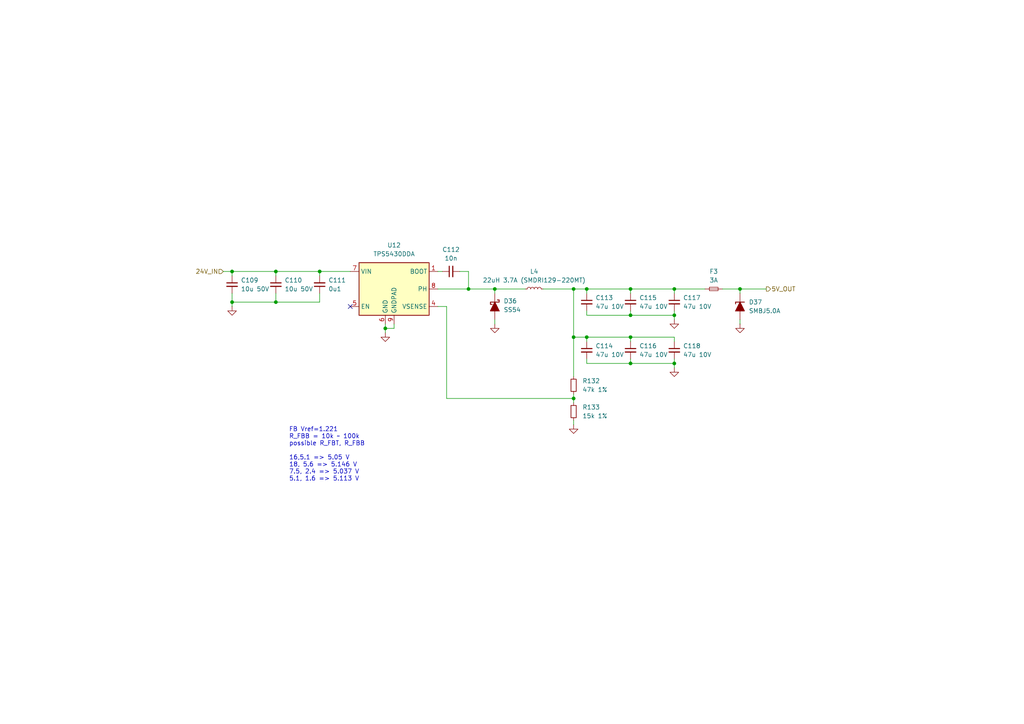
<source format=kicad_sch>
(kicad_sch (version 20250114) (generator "eeschema") (generator_version "9.0")
  (paper "A4")
  (lib_symbols
    (symbol "Device:C_Small" (pin_numbers (hide yes)) (pin_names (offset 0.254) (hide yes))
      (property "Reference" "C" (at 0.254 1.778 0))
      (property "Value" "C_Small" (at 0.254 -2.032 0))
      (symbol "C_Small_0_1"
        (polyline (pts (xy -1.524 0.508) (xy 1.524 0.508)) (stroke (width 0.3048)))
        (polyline (pts (xy -1.524 -0.508) (xy 1.524 -0.508)) (stroke (width 0.3302)))
      )
      (symbol "C_Small_1_1"
        (pin passive line (at 0 2.54 270) (length 2.032) (name "~") (number "1"))
        (pin passive line (at 0 -2.54 90) (length 2.032) (name "~") (number "2"))
      )
    )
    (symbol "Device:Fuse_Small" (pin_numbers (hide yes)) (pin_names (offset 0.254) (hide yes))
      (property "Reference" "F" (at 0 -1.524 0))
      (property "Value" "Fuse_Small" (at 0 1.524 0))
      (symbol "Fuse_Small_0_1"
        (rectangle (start -1.27 0.508) (end 1.27 -0.508))
        (polyline (pts (xy -1.27 0) (xy 1.27 0)))
      )
      (symbol "Fuse_Small_1_1"
        (pin passive line (at -2.54 0 0) (length 1.27) (name "~") (number "1"))
        (pin passive line (at 2.54 0 180) (length 1.27) (name "~") (number "2"))
      )
    )
    (symbol "Device:L_Small" (pin_numbers (hide yes)) (pin_names (offset 0.254) (hide yes))
      (property "Reference" "L" (at 0.762 1.016 0))
      (property "Value" "L_Small" (at 0.762 -1.016 0))
      (symbol "L_Small_0_1"
        (arc (start 0 2.032) (mid 0.5058 1.524) (end 0 1.016))
        (arc (start 0 1.016) (mid 0.5058 0.508) (end 0 0))
        (arc (start 0 0) (mid 0.5058 -0.508) (end 0 -1.016))
        (arc (start 0 -1.016) (mid 0.5058 -1.524) (end 0 -2.032))
      )
      (symbol "L_Small_1_1"
        (pin passive line (at 0 2.54 270) (length 0.508) (name "~") (number "1"))
        (pin passive line (at 0 -2.54 90) (length 0.508) (name "~") (number "2"))
      )
    )
    (symbol "Device:R_Small" (pin_numbers (hide yes)) (pin_names (offset 0.254) (hide yes))
      (property "Reference" "R" (at 0 0 90))
      (property "Value" "R_Small" (at 1.778 0 90))
      (symbol "R_Small_0_1"
        (rectangle (start -0.762 1.778) (end 0.762 -1.778) (stroke (width 0.2032)))
      )
      (symbol "R_Small_1_1"
        (pin passive line (at 0 2.54 270) (length 0.762) (name "~") (number "1"))
        (pin passive line (at 0 -2.54 90) (length 0.762) (name "~") (number "2"))
      )
    )
    (symbol "PCM_Diode_Schottky_AKL:SS54" (pin_numbers (hide yes)) (pin_names (offset 1.016) (hide yes))
      (property "Reference" "D" (at 0 5.08 0))
      (property "Value" "SS54" (at 0 2.54 0))
      (symbol "SS54_0_1"
        (polyline (pts (xy -1.27 0) (xy 1.27 0)))
        (polyline (pts (xy -1.27 -1.27) (xy -1.27 1.27) (xy 1.27 0) (xy -1.27 -1.27)) (stroke (width 0.254)) (fill (type outline)))
        (polyline (pts (xy 1.905 -0.762) (xy 1.905 -1.27) (xy 1.27 -1.27) (xy 1.27 1.27) (xy 0.635 1.27) (xy 0.635 0.762)) (stroke (width 0.254)))
      )
      (symbol "SS54_0_2"
        (polyline (pts (xy -2.54 -2.54) (xy 2.54 2.54)))
        (polyline (pts (xy -0.889 -0.889) (xy -1.778 0) (xy 0.889 0.889) (xy 0 -1.778) (xy -0.889 -0.889)) (stroke (width 0.254)) (fill (type outline)))
        (polyline (pts (xy 0 1.778) (xy 1.778 0)) (stroke (width 0.254)))
        (polyline (pts (xy 0 1.778) (xy -0.381 1.397) (xy 0 1.016)) (stroke (width 0.254)))
        (polyline (pts (xy 1.778 0) (xy 2.159 0.381) (xy 1.778 0.762)) (stroke (width 0.254)))
      )
      (symbol "SS54_1_1"
        (pin passive line (at -3.81 0 0) (length 2.54) (name "A") (number "2"))
        (pin passive line (at 3.81 0 180) (length 2.54) (name "K") (number "1"))
      )
      (symbol "SS54_1_2"
        (pin passive line (at -2.54 -2.54 0) (length 0) (name "A") (number "2"))
        (pin passive line (at 2.54 2.54 180) (length 0) (name "K") (number "1"))
      )
    )
    (symbol "PCM_Diode_TVS_AKL:SMBJ5.0A" (pin_numbers (hide yes)) (pin_names (offset 1.016) (hide yes))
      (property "Reference" "D" (at 0 5.08 0))
      (property "Value" "SMBJ5.0A" (at 0 2.54 0))
      (symbol "SMBJ5.0A_0_1"
        (polyline (pts (xy -1.27 1.27) (xy -1.27 -1.27) (xy 1.27 0) (xy -1.27 1.27)) (stroke (width 0.254)) (fill (type outline)))
        (polyline (pts (xy -1.27 0) (xy 1.27 0)))
        (polyline (pts (xy 1.27 1.27) (xy 0.762 1.27)) (stroke (width 0.254)))
        (polyline (pts (xy 1.27 -1.27) (xy 1.27 1.27)) (stroke (width 0.254)))
      )
      (symbol "SMBJ5.0A_0_2"
        (polyline (pts (xy -2.54 -2.54) (xy 2.54 2.54)))
        (polyline (pts (xy -0.889 -0.889) (xy -1.778 0) (xy 0.889 0.889) (xy 0 -1.778) (xy -0.889 -0.889)) (stroke (width 0.254)) (fill (type outline)))
        (polyline (pts (xy 0 1.778) (xy -0.381 1.397)) (stroke (width 0.254)))
        (polyline (pts (xy 0 1.778) (xy 1.778 0)) (stroke (width 0.254)))
      )
      (symbol "SMBJ5.0A_1_1"
        (pin passive line (at -3.81 0 0) (length 2.54) (name "A") (number "2"))
        (pin passive line (at 3.81 0 180) (length 2.54) (name "K") (number "1"))
      )
      (symbol "SMBJ5.0A_1_2"
        (pin passive line (at -2.54 -2.54 0) (length 0) (name "A") (number "2"))
        (pin passive line (at 2.54 2.54 180) (length 0) (name "K") (number "1"))
      )
    )
    (symbol "Regulator_Switching:TPS5430DDA"
      (property "Reference" "U" (at -10.16 8.89 0))
      (property "Value" "TPS5430DDA" (at -1.27 8.89 0))
      (symbol "TPS5430DDA_0_1"
        (rectangle (start -10.16 7.62) (end 10.16 -7.62) (stroke (width 0.254)) (fill (type background)))
      )
      (symbol "TPS5430DDA_1_1"
        (pin power_in line (at -12.7 5.08 0) (length 2.54) (name "VIN") (number "7"))
        (pin input line (at -12.7 -5.08 0) (length 2.54) (name "EN") (number "5"))
        (pin no_connect line (at -10.16 2.54 0) (length 2.54) (hide yes) (name "NC") (number "2"))
        (pin no_connect line (at -10.16 -2.54 0) (length 2.54) (hide yes) (name "NC") (number "3"))
        (pin power_in line (at -2.54 -10.16 90) (length 2.54) (name "GND") (number "6"))
        (pin power_in line (at 0 -10.16 90) (length 2.54) (name "GNDPAD") (number "9"))
        (pin input line (at 12.7 5.08 180) (length 2.54) (name "BOOT") (number "1"))
        (pin output line (at 12.7 0 180) (length 2.54) (name "PH") (number "8"))
        (pin input line (at 12.7 -5.08 180) (length 2.54) (name "VSENSE") (number "4"))
      )
    )
    (symbol "power:GND" (power) (pin_numbers (hide yes)) (pin_names (offset 0) (hide yes))
      (property "Value" "GND" (at 0 -3.81 0))
      (symbol "GND_0_1"
        (polyline (pts (xy 0 0) (xy 0 -1.27) (xy 1.27 -1.27) (xy 0 -2.54) (xy -1.27 -1.27) (xy 0 -1.27)))
      )
      (symbol "GND_1_1"
        (pin power_in line (at 0 0 270) (length 0) (name "~") (number "1"))
      )
    )
  )
  (text "FB Vref=1.221\nR_FBB = 10k ~ 100k\npossible R_FBT, R_FBB\n\n16,5.1 => 5.05 V\n18, 5.6 => 5.146 V\n7.5, 2.4 => 5.037 V\n5.1, 1.6 => 5.113 V" (at 83.82 139.7 0) (effects (font (size 1.27 1.27)) (justify left bottom)))
  (junction (at 143.51 83.82))
  (junction (at 195.58 105.41))
  (junction (at 214.63 83.82))
  (junction (at 182.88 83.82))
  (junction (at 67.31 87.63))
  (junction (at 80.01 78.74))
  (junction (at 166.37 97.79))
  (junction (at 166.37 115.57))
  (junction (at 195.58 83.82))
  (junction (at 195.58 91.44))
  (junction (at 182.88 97.79))
  (junction (at 166.37 83.82))
  (junction (at 170.18 97.79))
  (junction (at 182.88 105.41))
  (junction (at 135.89 83.82))
  (junction (at 80.01 87.63))
  (junction (at 92.71 78.74))
  (junction (at 182.88 91.44))
  (junction (at 170.18 83.82))
  (junction (at 67.31 78.74))
  (junction (at 111.76 95.25))
  (no_connect (at 101.6 88.9))
  (wire (pts (xy 92.71 80.01) (xy 92.71 78.74)))
  (wire (pts (xy 166.37 97.79) (xy 170.18 97.79)))
  (wire (pts (xy 182.88 91.44) (xy 195.58 91.44)))
  (wire (pts (xy 195.58 105.41) (xy 195.58 106.68)))
  (wire (pts (xy 182.88 83.82) (xy 195.58 83.82)))
  (wire (pts (xy 80.01 78.74) (xy 92.71 78.74)))
  (wire (pts (xy 182.88 85.09) (xy 182.88 83.82)))
  (wire (pts (xy 166.37 83.82) (xy 166.37 97.79)))
  (wire (pts (xy 166.37 83.82) (xy 170.18 83.82)))
  (wire (pts (xy 67.31 87.63) (xy 67.31 85.09)))
  (wire (pts (xy 157.48 83.82) (xy 166.37 83.82)))
  (wire (pts (xy 135.89 83.82) (xy 143.51 83.82)))
  (wire (pts (xy 166.37 123.19) (xy 166.37 121.92)))
  (wire (pts (xy 170.18 91.44) (xy 170.18 90.17)))
  (wire (pts (xy 111.76 95.25) (xy 111.76 93.98)))
  (wire (pts (xy 214.63 92.71) (xy 214.63 93.98)))
  (wire (pts (xy 80.01 87.63) (xy 80.01 85.09)))
  (wire (pts (xy 195.58 91.44) (xy 195.58 90.17)))
  (wire (pts (xy 129.54 115.57) (xy 166.37 115.57)))
  (wire (pts (xy 135.89 78.74) (xy 135.89 83.82)))
  (wire (pts (xy 129.54 88.9) (xy 129.54 115.57)))
  (wire (pts (xy 67.31 78.74) (xy 80.01 78.74)))
  (wire (pts (xy 92.71 85.09) (xy 92.71 87.63)))
  (wire (pts (xy 92.71 78.74) (xy 101.6 78.74)))
  (wire (pts (xy 166.37 115.57) (xy 166.37 116.84)))
  (wire (pts (xy 170.18 85.09) (xy 170.18 83.82)))
  (wire (pts (xy 182.88 91.44) (xy 182.88 90.17)))
  (wire (pts (xy 195.58 91.44) (xy 195.58 92.71)))
  (wire (pts (xy 170.18 97.79) (xy 182.88 97.79)))
  (wire (pts (xy 143.51 83.82) (xy 152.4 83.82)))
  (wire (pts (xy 182.88 97.79) (xy 195.58 97.79)))
  (wire (pts (xy 170.18 105.41) (xy 182.88 105.41)))
  (wire (pts (xy 195.58 104.14) (xy 195.58 105.41)))
  (wire (pts (xy 214.63 83.82) (xy 214.63 85.09)))
  (wire (pts (xy 195.58 97.79) (xy 195.58 99.06)))
  (wire (pts (xy 111.76 96.52) (xy 111.76 95.25)))
  (wire (pts (xy 67.31 87.63) (xy 80.01 87.63)))
  (wire (pts (xy 92.71 87.63) (xy 80.01 87.63)))
  (wire (pts (xy 170.18 91.44) (xy 182.88 91.44)))
  (wire (pts (xy 143.51 93.98) (xy 143.51 92.71)))
  (wire (pts (xy 111.76 95.25) (xy 114.3 95.25)))
  (wire (pts (xy 166.37 97.79) (xy 166.37 109.22)))
  (wire (pts (xy 143.51 85.09) (xy 143.51 83.82)))
  (wire (pts (xy 182.88 104.14) (xy 182.88 105.41)))
  (wire (pts (xy 182.88 97.79) (xy 182.88 99.06)))
  (wire (pts (xy 114.3 95.25) (xy 114.3 93.98)))
  (wire (pts (xy 127 83.82) (xy 135.89 83.82)))
  (wire (pts (xy 166.37 114.3) (xy 166.37 115.57)))
  (wire (pts (xy 67.31 78.74) (xy 67.31 80.01)))
  (wire (pts (xy 170.18 99.06) (xy 170.18 97.79)))
  (wire (pts (xy 64.77 78.74) (xy 67.31 78.74)))
  (wire (pts (xy 127 78.74) (xy 128.27 78.74)))
  (wire (pts (xy 133.35 78.74) (xy 135.89 78.74)))
  (wire (pts (xy 195.58 83.82) (xy 204.47 83.82)))
  (wire (pts (xy 80.01 78.74) (xy 80.01 80.01)))
  (wire (pts (xy 195.58 85.09) (xy 195.58 83.82)))
  (wire (pts (xy 129.54 88.9) (xy 127 88.9)))
  (wire (pts (xy 67.31 88.9) (xy 67.31 87.63)))
  (wire (pts (xy 170.18 104.14) (xy 170.18 105.41)))
  (wire (pts (xy 209.55 83.82) (xy 214.63 83.82)))
  (wire (pts (xy 182.88 105.41) (xy 195.58 105.41)))
  (wire (pts (xy 170.18 83.82) (xy 182.88 83.82)))
  (wire (pts (xy 214.63 83.82) (xy 222.25 83.82)))
  (hierarchical_label "5V_OUT" (shape output) (at 222.25 83.82 0))
  (hierarchical_label "24V_IN" (shape input) (at 64.77 78.74 180))
  (symbol (lib_id "Device:R_Small") (at 166.37 111.76 0) (unit 1)
    (property "Reference" "R8" (at 168.91 110.49 0) (effects (justify left)))
    (property "Value" "47k 1%" (at 168.91 113.03 0) (effects (justify left)))
    (property "Footprint" "Resistor_SMD:R_0402_1005Metric" (effects (hide yes)))
    (property "Description" "Resistor, small symbol" (effects (hide yes)))
    (instances (project "VCU" (path "" (reference "R132") (unit 1)) (path "" (reference "R8") (unit 1))))
  )
  (symbol (lib_id "power:GND") (at 67.31 88.9 0) (unit 1)
    (property "Reference" "#PWR028" (effects (hide yes)))
    (property "Value" "GND" (effects (hide yes)))
    (property "Description" "Power symbol creates a global label with name \"GND\" , ground" (effects (hide yes)))
    (instances (project "VCU" (path "" (reference "#PWR0205") (unit 1)) (path "" (reference "#PWR028") (unit 1))))
  )
  (symbol (lib_id "Device:Fuse_Small") (at 207.01 83.82 0) (unit 1)
    (property "Reference" "F2" (at 207.01 78.74 0))
    (property "Value" "3A" (at 207.01 81.28 0))
    (property "Footprint" "Fuse:Fuse_1206_3216Metric" (effects (hide yes)))
    (property "Description" "Fuse, small symbol" (effects (hide yes)))
    (instances (project "VCU" (path "" (reference "F3") (unit 1)) (path "" (reference "F2") (unit 1))))
  )
  (symbol (lib_id "Device:C_Small") (at 182.88 101.6 0) (unit 1)
    (property "Reference" "C19" (at 185.42 100.3362 0) (effects (justify left)))
    (property "Value" "47u 10V" (at 185.42 102.8762 0) (effects (justify left)))
    (property "Footprint" "Capacitor_SMD:C_1206_3216Metric" (effects (hide yes)))
    (property "Description" "CL31A476MPHNNN" (effects (hide yes)))
    (instances (project "VCU" (path "" (reference "C116") (unit 1)) (path "" (reference "C19") (unit 1))))
  )
  (symbol (lib_id "power:GND") (at 166.37 123.19 0) (unit 1)
    (property "Reference" "#PWR031" (effects (hide yes)))
    (property "Value" "GND" (effects (hide yes)))
    (property "Description" "Power symbol creates a global label with name \"GND\" , ground" (effects (hide yes)))
    (instances (project "VCU" (path "" (reference "#PWR0208") (unit 1)) (path "" (reference "#PWR031") (unit 1))))
  )
  (symbol (lib_id "power:GND") (at 214.63 93.98 0) (unit 1)
    (property "Reference" "#PWR034" (effects (hide yes)))
    (property "Value" "GND" (effects (hide yes)))
    (property "Description" "Power symbol creates a global label with name \"GND\" , ground" (effects (hide yes)))
    (instances (project "VCU" (path "" (reference "#PWR0211") (unit 1)) (path "" (reference "#PWR034") (unit 1))))
  )
  (symbol (lib_id "Device:C_Small") (at 80.01 82.55 0) (unit 1)
    (property "Reference" "C13" (at 82.55 81.2862 0) (effects (justify left)))
    (property "Value" "10u 50V" (at 82.55 83.8262 0) (effects (justify left)))
    (property "Footprint" "Capacitor_SMD:C_1206_3216Metric" (effects (hide yes)))
    (property "Description" "Unpolarized capacitor, small symbol" (effects (hide yes)))
    (instances (project "VCU" (path "" (reference "C110") (unit 1)) (path "" (reference "C13") (unit 1))))
  )
  (symbol (lib_id "Device:C_Small") (at 130.81 78.74 90) (unit 1)
    (property "Reference" "C15" (at 130.8163 72.39 90))
    (property "Value" "10n" (at 130.8163 74.93 90))
    (property "Footprint" "Capacitor_SMD:C_0603_1608Metric" (effects (hide yes)))
    (property "Description" "Unpolarized capacitor, small symbol" (effects (hide yes)))
    (instances (project "VCU" (path "" (reference "C112") (unit 1)) (path "" (reference "C15") (unit 1))))
  )
  (symbol (lib_id "power:GND") (at 143.51 93.98 0) (unit 1)
    (property "Reference" "#PWR030" (effects (hide yes)))
    (property "Value" "GND" (effects (hide yes)))
    (property "Description" "Power symbol creates a global label with name \"GND\" , ground" (effects (hide yes)))
    (instances (project "VCU" (path "" (reference "#PWR0207") (unit 1)) (path "" (reference "#PWR030") (unit 1))))
  )
  (symbol (lib_id "power:GND") (at 111.76 96.52 0) (unit 1)
    (property "Reference" "#PWR029" (effects (hide yes)))
    (property "Value" "GND" (effects (hide yes)))
    (property "Description" "Power symbol creates a global label with name \"GND\" , ground" (effects (hide yes)))
    (instances (project "VCU" (path "" (reference "#PWR0206") (unit 1)) (path "" (reference "#PWR029") (unit 1))))
  )
  (symbol (lib_id "PCM_Diode_Schottky_AKL:SS54") (at 143.51 88.9 90) (unit 1)
    (property "Reference" "D2" (at 146.05 87.3124 90) (effects (justify right)))
    (property "Value" "SS54" (at 146.05 89.8524 90) (effects (justify right)))
    (property "Footprint" "Diode_SMD:D_SMA" (effects (hide yes)))
    (property "Datasheet" "https://www.laro.com.pl/pdf/ss56.pdf" (effects (hide yes)))
    (property "Description" "SMC Schottky diode, 40V, 5A, Alternate KiCAD Library" (effects (hide yes)))
    (instances (project "VCU" (path "" (reference "D36") (unit 1)) (path "" (reference "D2") (unit 1))))
  )
  (symbol (lib_id "power:GND") (at 195.58 92.71 0) (unit 1)
    (property "Reference" "#PWR032" (effects (hide yes)))
    (property "Value" "GND" (effects (hide yes)))
    (property "Description" "Power symbol creates a global label with name \"GND\" , ground" (effects (hide yes)))
    (instances (project "VCU" (path "" (reference "#PWR0209") (unit 1)) (path "" (reference "#PWR032") (unit 1))))
  )
  (symbol (lib_id "Device:C_Small") (at 195.58 101.6 0) (unit 1)
    (property "Reference" "C21" (at 198.12 100.3362 0) (effects (justify left)))
    (property "Value" "47u 10V" (at 198.12 102.8762 0) (effects (justify left)))
    (property "Footprint" "Capacitor_SMD:C_1206_3216Metric" (effects (hide yes)))
    (property "Description" "CL31A476MPHNNN" (effects (hide yes)))
    (instances (project "VCU" (path "" (reference "C118") (unit 1)) (path "" (reference "C21") (unit 1))))
  )
  (symbol (lib_id "power:GND") (at 195.58 106.68 0) (unit 1)
    (property "Reference" "#PWR033" (effects (hide yes)))
    (property "Value" "GND" (effects (hide yes)))
    (property "Description" "Power symbol creates a global label with name \"GND\" , ground" (effects (hide yes)))
    (instances (project "VCU" (path "" (reference "#PWR0210") (unit 1)) (path "" (reference "#PWR033") (unit 1))))
  )
  (symbol (lib_id "PCM_Diode_TVS_AKL:SMBJ5.0A") (at 214.63 88.9 90) (unit 1)
    (property "Reference" "D3" (at 217.17 87.6299 90) (effects (justify right)))
    (property "Value" "SMBJ5.0A" (at 217.17 90.1699 90) (effects (justify right)))
    (property "Footprint" "Diode_SMD:D_SMB" (effects (hide yes)))
    (property "Datasheet" "https://www.tme.eu/Document/0b6222bec7e12d83185b51d73cb6a54d/SMBJ_ser.pdf" (effects (hide yes)))
    (property "Description" "SMB Unidirectional TVS diode, 5V, 600W, Alternate KiCAD Library" (effects (hide yes)))
    (instances (project "VCU" (path "" (reference "D37") (unit 1)) (path "" (reference "D3") (unit 1))))
  )
  (symbol (lib_id "Device:L_Small") (at 154.94 83.82 90) (unit 1)
    (property "Reference" "L3" (at 154.94 78.74 90))
    (property "Value" "22uH 3.7A (SMDRI129-220MT)" (at 154.94 81.28 90))
    (property "Footprint" "Inductor_SMD:L_Bourns_SRR1260" (effects (hide yes)))
    (property "Description" "Inductor, small symbol" (effects (hide yes)))
    (instances (project "VCU" (path "" (reference "L4") (unit 1)) (path "" (reference "L3") (unit 1))))
  )
  (symbol (lib_id "Device:R_Small") (at 166.37 119.38 0) (unit 1)
    (property "Reference" "R9" (at 168.91 118.11 0) (effects (justify left)))
    (property "Value" "15k 1%" (at 168.91 120.65 0) (effects (justify left)))
    (property "Footprint" "Resistor_SMD:R_0402_1005Metric" (effects (hide yes)))
    (property "Description" "Resistor, small symbol" (effects (hide yes)))
    (instances (project "VCU" (path "" (reference "R133") (unit 1)) (path "" (reference "R9") (unit 1))))
  )
  (symbol (lib_id "Device:C_Small") (at 170.18 101.6 0) (unit 1)
    (property "Reference" "C17" (at 172.72 100.3362 0) (effects (justify left)))
    (property "Value" "47u 10V" (at 172.72 102.8762 0) (effects (justify left)))
    (property "Footprint" "Capacitor_SMD:C_1206_3216Metric" (effects (hide yes)))
    (property "Description" "CL31A476MPHNNN" (effects (hide yes)))
    (instances (project "VCU" (path "" (reference "C114") (unit 1)) (path "" (reference "C17") (unit 1))))
  )
  (symbol (lib_id "Device:C_Small") (at 92.71 82.55 180) (unit 1)
    (property "Reference" "C14" (at 95.25 81.2735 0) (effects (justify right)))
    (property "Value" "0u1" (at 95.25 83.8135 0) (effects (justify right)))
    (property "Footprint" "Capacitor_SMD:C_0603_1608Metric" (effects (hide yes)))
    (property "Description" "Unpolarized capacitor, small symbol" (effects (hide yes)))
    (instances (project "VCU" (path "" (reference "C111") (unit 1)) (path "" (reference "C14") (unit 1))))
  )
  (symbol (lib_id "Regulator_Switching:TPS5430DDA") (at 114.3 83.82 0) (unit 1)
    (property "Reference" "U2" (at 114.3 71.12 0))
    (property "Value" "TPS5430DDA" (at 114.3 73.66 0))
    (property "Footprint" "Package_SO:TI_SO-PowerPAD-8_ThermalVias" (effects (hide yes)))
    (property "Datasheet" "http://www.ti.com/lit/ds/symlink/tps5430.pdf" (effects (hide yes)))
    (property "Description" "3A, Step Down Swift Converter, Adjustable Output Voltage, 5.5-36V Input Voltage, PowerSO-8" (effects (hide yes)))
    (instances (project "VCU" (path "" (reference "U12") (unit 1)) (path "" (reference "U2") (unit 1))))
  )
  (symbol (lib_id "Device:C_Small") (at 170.18 87.63 0) (unit 1)
    (property "Reference" "C16" (at 172.72 86.3662 0) (effects (justify left)))
    (property "Value" "47u 10V" (at 172.72 88.9062 0) (effects (justify left)))
    (property "Footprint" "Capacitor_SMD:C_1206_3216Metric" (effects (hide yes)))
    (property "Description" "CL31A476MPHNNN" (effects (hide yes)))
    (instances (project "VCU" (path "" (reference "C113") (unit 1)) (path "" (reference "C16") (unit 1))))
  )
  (symbol (lib_id "Device:C_Small") (at 195.58 87.63 0) (unit 1)
    (property "Reference" "C20" (at 198.12 86.3662 0) (effects (justify left)))
    (property "Value" "47u 10V" (at 198.12 88.9062 0) (effects (justify left)))
    (property "Footprint" "Capacitor_SMD:C_1206_3216Metric" (effects (hide yes)))
    (property "Description" "CL31A476MPHNNN" (effects (hide yes)))
    (instances (project "VCU" (path "" (reference "C117") (unit 1)) (path "" (reference "C20") (unit 1))))
  )
  (symbol (lib_id "Device:C_Small") (at 182.88 87.63 0) (unit 1)
    (property "Reference" "C18" (at 185.42 86.3662 0) (effects (justify left)))
    (property "Value" "47u 10V" (at 185.42 88.9062 0) (effects (justify left)))
    (property "Footprint" "Capacitor_SMD:C_1206_3216Metric" (effects (hide yes)))
    (property "Description" "CL31A476MPHNNN" (effects (hide yes)))
    (instances (project "VCU" (path "" (reference "C115") (unit 1)) (path "" (reference "C18") (unit 1))))
  )
  (symbol (lib_id "Device:C_Small") (at 67.31 82.55 0) (unit 1)
    (property "Reference" "C12" (at 69.85 81.2862 0) (effects (justify left)))
    (property "Value" "10u 50V" (at 69.85 83.8262 0) (effects (justify left)))
    (property "Footprint" "Capacitor_SMD:C_1206_3216Metric" (effects (hide yes)))
    (property "Description" "Unpolarized capacitor, small symbol" (effects (hide yes)))
    (instances (project "VCU" (path "" (reference "C109") (unit 1)) (path "" (reference "C12") (unit 1))))
  )
)
</source>
